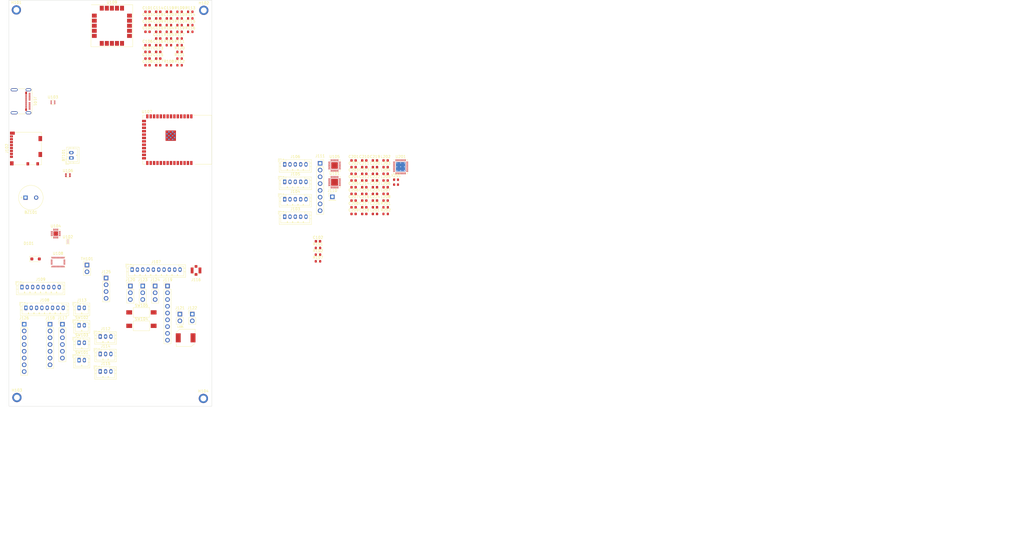
<source format=kicad_pcb>
(kicad_pcb (version 20221018) (generator pcbnew)
  (layers (0 "F.Cu" signal) (31 "B.Cu" signal) (34 "B.Paste" user) (35 "F.Paste" user) (36 "B.SilkS" user "B.Silkscreen") (37 "F.SilkS" user "F.Silkscreen") (38 "B.Mask" user) (39 "F.Mask" user) (44 "Edge.Cuts" user))
  (net 0 "")
  (net 1 "Net-(BT101-+)")
  (net 2 "GND")
  (net 3 "/PWM_BUZZER")
  (net 4 "/VBUS")
  (net 5 "/VBAT")
  (net 6 "Net-(SW103-A)")
  (net 7 "/ADC_DECAP")
  (net 8 "/VSYS")
  (net 9 "/3V3")
  (net 10 "/CHIP_PU")
  (net 11 "/GPIO_0")
  (net 12 "Net-(U201-EXT_XOSC)")
  (net 13 "Net-(X201-OUT)")
  (net 14 "Net-(U201-LPF1)")
  (net 15 "Net-(U201-LPF0)")
  (net 16 "Net-(U201-DCPL)")
  (net 17 "Net-(U201-DCPL_PFD_CHP)")
  (net 18 "Net-(U201-DCPL_VCO)")
  (net 19 "Net-(U201-LNA_N)")
  (net 20 "Net-(U201-PA)")
  (net 21 "Net-(U201-LNA_P)")
  (net 22 "Net-(U201-TRX_SW)")
  (net 23 "/Radio/ANT")
  (net 24 "Net-(D101-K)")
  (net 25 "Net-(J101-CC1)")
  (net 27 "Net-(J101-CC2)")
  (net 29 "/SD_DAT2")
  (net 30 "/SD_DAT3")
  (net 31 "/SD_CMD")
  (net 32 "/SD_CLK")
  (net 33 "/SD_DAT0")
  (net 34 "/SD_DAT1")
  (net 35 "Net-(SW101-A)")
  (net 36 "Net-(J105-Pin_1)")
  (net 37 "Net-(J105-Pin_2)")
  (net 38 "Net-(J105-Pin_3)")
  (net 39 "Net-(J105-Pin_4)")
  (net 40 "/TS{slash}MR")
  (net 41 "/KEYPAD_C1")
  (net 42 "/KEYPAD_C2")
  (net 43 "/KEYPAD_C3")
  (net 44 "/KEYPAD_R1")
  (net 45 "/KEYPAD_R2")
  (net 46 "/KEYPAD_R3")
  (net 47 "/KEYPAD_R4")
  (net 48 "/DISPLAY_EXTIN")
  (net 49 "/ DISPLAY_DISP")
  (net 50 "/ DISPLAY_EXTMD")
  (net 51 "/ DISPLAY_CS")
  (net 52 "/ DISPLAY_MOSI")
  (net 53 "/ DISPLAY_SCLK")
  (net 54 "/ DISPLAY_3V3")
  (net 55 "Net-(U104-ADDR)")
  (net 56 "/I2C_SNS_SDA")
  (net 57 "/I2C_SNS_SCL")
  (net 58 "/I2C_AUX_SCL")
  (net 59 "/I2C_AUX_SDA")
  (net 60 "Net-(U201-RBIAS)")
  (net 61 "/BQ25180_INT")
  (net 62 "/USB_ESP_DN")
  (net 63 "/USB_ESP_DP")
  (net 64 "/ADC0_ALERT")
  (net 65 "/ADC1_ALERT")
  (net 66 "/SPI2_CC1125_~{CS}")
  (net 67 "/SPI2_RADIO_MOSI")
  (net 68 "/SPI2_RADIO_CLK")
  (net 69 "/SPI2_RADIO_MISO")
  (net 70 "/CC1125_~{RESET}")
  (net 71 "/TIME")
  (net 72 "Net-(C205-Pad1)")
  (net 73 "/INT_BNO085")
  (net 74 "/INT_GNSS")
  (net 75 "/CC1125_GPIO3")
  (net 76 "/CC1125_GPIO2")
  (net 77 "/CC1125_GPIO0")
  (net 88 "/BNO085_BOOT")
  (net 89 "/BNO085_RESET")
  (net 90 "Net-(C207-Pad2)")
  (net 91 "Net-(U201-DCPL_XOSC)")
  (net 92 "Net-(C221-Pad2)")
  (net 93 "/ADP_~{RESET}")
  (net 94 "/ADP_~{INT}")
  (net 95 "/TCAL_RESET")
  (net 96 "/TCAL_INT")
  (net 97 "Net-(U108-CAP)")
  (net 98 "Net-(C212-Pad1)")
  (net 99 "Net-(C213-Pad2)")
  (net 100 "Net-(U103-D+_in)")
  (net 101 "Net-(U103-D-_in)")
  (net 104 "Net-(J103-Pin_1)")
  (net 105 "Net-(J103-Pin_2)")
  (net 106 "Net-(J103-Pin_3)")
  (net 107 "Net-(J103-Pin_4)")
  (net 108 "Net-(J104-Pin_1)")
  (net 109 "Net-(J104-Pin_2)")
  (net 110 "Net-(J104-Pin_3)")
  (net 111 "Net-(J104-Pin_4)")
  (net 112 "Net-(J106-Pin_1)")
  (net 113 "Net-(J106-Pin_2)")
  (net 114 "Net-(J106-Pin_3)")
  (net 115 "Net-(J106-Pin_4)")
  (net 118 "Net-(J109-Pin_1)")
  (net 119 "Net-(J109-Pin_2)")
  (net 120 "Net-(J109-Pin_3)")
  (net 121 "Net-(J109-Pin_4)")
  (net 122 "Net-(J109-Pin_5)")
  (net 123 "Net-(J109-Pin_6)")
  (net 124 "Net-(J109-Pin_7)")
  (net 125 "Net-(J109-Pin_8)")
  (net 126 "Net-(J110-Pin_1)")
  (net 127 "Net-(J111-Pin_1)")
  (net 128 "Net-(J111-Pin_2)")
  (net 129 "Net-(J111-Pin_3)")
  (net 130 "Net-(J111-Pin_4)")
  (net 131 "Net-(J111-Pin_5)")
  (net 132 "Net-(J111-Pin_6)")
  (net 133 "Net-(J111-Pin_7)")
  (net 134 "Net-(J111-Pin_8)")
  (net 135 "Net-(U106-SW)")
  (net 136 "Net-(U106-FB)")
  (net 137 "Net-(U108-H_SA0_MOSI)")
  (net 138 "Net-(U108-ENV_SDA)")
  (net 139 "Net-(U108-ENV_SCL)")
  (footprint "Capacitor_SMD:C_0603_1608Metric" (layer "F.Cu") (at 132.242 32.2468)
    (fp_text reference "C118")
    (fp_text value "1uF")
  )
  (footprint "Capacitor_SMD:C_0603_1608Metric" (layer "F.Cu") (at 128.232 49.8168)
    (fp_text reference "C108")
    (fp_text value "0.1uF")
  )
  (footprint "Connector_PinHeader_2.54mm:PinHeader_1x03_P2.54mm_Vertical" (layer "F.Cu") (at 126.4376 132.6896)
    (fp_text reference "J123")
    (fp_text value "2.54mm Pin Header")
  )
  (footprint "Capacitor_SMD:C_0603_1608Metric" (layer "F.Cu") (at 209.595 85.56)
    (fp_text reference "C210")
    (fp_text value "47nF")
  )
  (footprint "Inductor_SMD:L_0603_1608Metric" (layer "F.Cu") (at 217.615 88.07)
    (fp_text reference "L203")
    (fp_text value "7.5nH")
  )
  (footprint "Connector_PinHeader_2.54mm:PinHeader_1x01_P2.54mm_Vertical" (layer "F.Cu") (at 197.615 99.21)
    (fp_text reference "J110")
    (fp_text value "2.54mm Pin Header")
  )
  (footprint "Oscillator:Oscillator_SMD_ECS_2520MV-xxx-xx-4Pin_2.5x2.0mm" (layer "F.Cu") (at 221.525 93.71)
    (fp_text reference "X201")
    (fp_text value "ECS-TXO-2016MV-400-TR")
  )
  (footprint "Capacitor_SMD:C_0603_1608Metric" (layer "F.Cu") (at 213.605 95.6)
    (fp_text reference "C223")
    (fp_text value "47nF")
  )
  (footprint "Resistor_SMD:R_0603_1608Metric" (layer "F.Cu") (at 144.272 37.2668)
    (fp_text reference "R116")
    (fp_text value "2.2k")
  )
  (footprint "Connector_PinHeader_2.54mm:PinHeader_1x09_P2.54mm_Vertical" (layer "F.Cu") (at 135.7376 132.6896)
    (fp_text reference "J119")
    (fp_text value "2.54mm Pin Header")
  )
  (footprint "Connector_JST:JST_PH_B5B-PH-K_1x05_P2.00mm_Vertical" (layer "F.Cu") (at 179.715 100.13)
    (fp_text reference "J104")
    (fp_text value "JST-PH")
  )
  (footprint "Inductor_SMD:L_0603_1608Metric" (layer "F.Cu") (at 217.615 95.6)
    (fp_text reference "L206")
    (fp_text value "18nH")
  )
  (footprint "RF_Module:ESP32-S3-WROOM-1" (layer "F.Cu") (at 139.41 77.75 -90)
    (fp_text reference "U107")
    (fp_text value "ESP32-S3-WROOM-1")
  )
  (footprint "Capacitor_SMD:C_0603_1608Metric" (layer "F.Cu") (at 132.242 37.2668)
    (fp_text reference "C110")
    (fp_text value "22uF")
  )
  (footprint "Resistor_SMD:R_0603_1608Metric" (layer "F.Cu") (at 140.262 42.2868)
    (fp_text reference "R111")
    (fp_text value "135k")
  )
  (footprint "Capacitor_SMD:C_0603_1608Metric" (layer "F.Cu") (at 136.252 32.2468)
    (fp_text reference "C120")
    (fp_text value "0.1uF")
  )
  (footprint "Capacitor_SMD:C_0603_1608Metric" (layer "F.Cu") (at 128.232 44.7968)
    (fp_text reference "C107")
    (fp_text value "10uF")
  )
  (footprint "Button_Switch_SMD:SW_SPST_FSMSM" (layer "F.Cu") (at 125.9376 147.6396)
    (fp_text reference "SW104")
    (fp_text value "SW_Push")
  )
  (footprint "Inductor_SMD:L_0603_1608Metric" (layer "F.Cu") (at 217.615 93.09)
    (fp_text reference "L205")
    (fp_text value "12nH")
  )
  (footprint "Capacitor_SMD:C_0603_1608Metric" (layer "F.Cu") (at 213.605 88.07)
    (fp_text reference "C220")
    (fp_text value "47nF")
  )
  (footprint "Capacitor_SMD:C_0603_1608Metric" (layer "F.Cu") (at 209.595 90.58)
    (fp_text reference "C213")
    (fp_text value "1pF")
  )
  (footprint "Resistor_SMD:R_0603_1608Metric" (layer "F.Cu") (at 192.215 123.42)
    (fp_text reference "R107")
    (fp_text value "10k")
  )
  (footprint "Connector_PinHeader_2.54mm:PinHeader_1x02_P2.54mm_Vertical" (layer "F.Cu") (at 145.0376 143.2396)
    (fp_text reference "J122")
    (fp_text value "2.54mm Pin Header")
  )
  (footprint "Inductor_TDK:L_TDK_SPM6530" (layer "F.Cu") (at 142.5376 152.1396)
    (fp_text reference "L101")
    (fp_text value "2.2uH")
  )
  (footprint "Connector_JST:JST_PH_B10B-PH-K_1x10_P2.00mm_Vertical" (layer "F.Cu") (at 122.4376 126.5396)
    (fp_text reference "J107")
    (fp_text value "JST-PH")
  )
  (footprint "Resistor_SMD:R_0603_1608Metric" (layer "F.Cu") (at 140.262 29.7368)
    (fp_text reference "R109")
    (fp_text value "30k")
  )
  (footprint "Inductor_SMD:L_0603_1608Metric" (layer "F.Cu") (at 213.605 105.64)
    (fp_text reference "L201")
    (fp_text value "10nH")
  )
  (footprint "Resistor_SMD:R_0603_1608Metric" (layer "F.Cu") (at 140.262 47.3068)
    (fp_text reference "R121")
    (fp_text value "3.3k")
  )
  (footprint "Capacitor_SMD:C_0603_1608Metric" (layer "F.Cu") (at 128.232 42.2868)
    (fp_text reference "C106")
    (fp_text value "10uF")
  )
  (footprint "Capacitor_SMD:C_0603_1608Metric" (layer "F.Cu") (at 205.585 88.07)
    (fp_text reference "C202")
    (fp_text value "22pF")
  )
  (footprint "Capacitor_SMD:C_0603_1608Metric" (layer "F.Cu") (at 136.252 29.7368)
    (fp_text reference "C119")
    (fp_text value "0.1uF")
  )
  (footprint "Capacitor_SMD:C_0603_1608Metric" (layer "F.Cu") (at 209.595 95.6)
    (fp_text reference "C214")
    (fp_text value "47nF")
  )
  (footprint "Capacitor_SMD:C_0603_1608Metric" (layer "F.Cu") (at 209.595 103.13)
    (fp_text reference "C217")
    (fp_text value "10nF")
  )
  (footprint "Capacitor_SMD:C_0603_1608Metric" (layer "F.Cu") (at 132.242 47.3068)
    (fp_text reference "C115")
    (fp_text value "0.1uF")
  )
  (footprint "Capacitor_SMD:C_0603_1608Metric" (layer "F.Cu") (at 205.585 93.09)
    (fp_text reference "C204")
    (fp_text value "10nF")
  )
  (footprint "Capacitor_SMD:C_0603_1608Metric" (layer "F.Cu") (at 213.605 100.62)
    (fp_text reference "C224")
    (fp_text value "47nF")
  )
  (footprint "Capacitor_SMD:C_0603_1608Metric" (layer "F.Cu") (at 132.242 49.8168)
    (fp_text reference "C117")
    (fp_text value "0.1uF")
  )
  (footprint "Capacitor_SMD:C_0603_1608Metric" (layer "F.Cu") (at 209.595 98.11)
    (fp_text reference "C215")
    (fp_text value "47nF")
  )
  (footprint "Capacitor_SMD:C_0603_1608Metric" (layer "F.Cu") (at 213.605 85.56)
    (fp_text reference "C219")
    (fp_text value "47nF")
  )
  (footprint "Inductor_SMD:L_0603_1608Metric" (layer "F.Cu") (at 217.615 85.56)
    (fp_text reference "L202")
    (fp_text value "12nH")
  )
  (footprint "Capacitor_SMD:C_0603_1608Metric" (layer "F.Cu") (at 213.605 93.09)
    (fp_text reference "C222")
    (fp_text value "3.3pF")
  )
  (footprint "Inductor_SMD:L_0603_1608Metric" (layer "F.Cu") (at 217.615 98.11)
    (fp_text reference "L207")
    (fp_text value "12nH")
  )
  (footprint "Resistor_SMD:R_0603_1608Metric" (layer "F.Cu") (at 140.262 34.7568)
    (fp_text reference "R110")
    (fp_text value "30k")
  )
  (footprint "Button_Switch_SMD:SW_SPST_FSMSM" (layer "F.Cu") (at 125.9376 142.5896)
    (fp_text reference "SW105")
    (fp_text value "SW_Push")
  )
  (footprint "Package_DFN_QFN:WQFN-16-1EP_3x3mm_P0.5mm_EP1.68x1.68mm" (layer "F.Cu") (at 93.7728 113.0075)
    (fp_text reference "U104")
    (fp_text value "ADS7138-Q1")
  )
  (footprint "Capacitor_SMD:C_0603_1608Metric" (layer "F.Cu") (at 213.605 103.13)
    (fp_text reference "C226")
    (fp_text value "47nF")
  )
  (footprint "Connector_PinHeader_2.54mm:PinHeader_1x07_P2.54mm_Vertical" (layer "F.Cu") (at 91.6304 147.0368)
    (fp_text reference "J118")
    (fp_text value "2.54mm Pin Header")
  )
  (footprint "Package_TO_SOT_SMD:SOT-563" (layer "F.Cu") (at 98.3488 91.0844)
    (fp_text reference "U106")
    (fp_text value "TPS566242DRLR")
  )
  (footprint "Connector_JST:JST_PH_B3B-PH-K_1x03_P2.00mm_Vertical" (layer "F.Cu") (at 110.4804 158.2068)
    (fp_text reference "J114")
    (fp_text value "JST-PH")
  )
  (footprint "Capacitor_SMD:C_0603_1608Metric" (layer "F.Cu") (at 132.242 42.2868)
    (fp_text reference "C116")
    (fp_text value "0.1uF")
  )
  (footprint "Capacitor_SMD:C_0603_1608Metric" (layer "F.Cu") (at 132.242 39.7768)
    (fp_text reference "C111")
    (fp_text value "22uF")
  )
  (footprint "Capacitor_SMD:C_0603_1608Metric" (layer "F.Cu") (at 205.585 98.11)
    (fp_text reference "C206")
    (fp_text value "100pF")
  )
  (footprint "Capacitor_SMD:C_0603_1608Metric" (layer "F.Cu") (at 209.595 105.64)
    (fp_text reference "C218")
    (fp_text value "47nF")
  )
  (footprint "Connector_JST:JST_PH_B2B-PH-K_1x02_P2.00mm_Vertical" (layer "F.Cu") (at 102.5304 140.8868)
    (fp_text reference "J113")
    (fp_text value "JST-PH")
  )
  (footprint "MountingHole:MountingHole_2.2mm_M2_ISO7380_Pad_TopBottom" (layer "F.Cu") (at 79.2 174.55)
    (fp_text reference "H103")
    (fp_text value "~")
  )
  (footprint "Capacitor_SMD:C_0603_1608Metric" (layer "F.Cu") (at 213.605 98.11)
    (fp_text reference "C225")
    (fp_text value "TBD")
  )
  (footprint "Capacitor_SMD:C_0603_1608Metric" (layer "F.Cu") (at 132.242 29.7368)
    (fp_text reference "C114")
    (fp_text value "22uF")
  )
  (footprint "Diode_SMD:D_SOD-123F" (layer "F.Cu") (at 86.2076 122.5296)
    (fp_text reference "D101")
    (fp_text value "BZT52H-A5V1-QX")
  )
  (footprint "Connector_JST:JST_PH_B8B-PH-K_1x08_P2.00mm_Vertical" (layer "F.Cu") (at 81.0976 133.096)
    (fp_text reference "J109")
    (fp_text value "JST-PH")
  )
  (footprint "Resistor_SMD:R_0603_1608Metric" (layer "F.Cu") (at 144.272 32.2468)
    (fp_text reference "R114")
    (fp_text value "10k")
  )
  (footprint "Connector_JST:JST_PH_B5B-PH-K_1x05_P2.00mm_Vertical" (layer "F.Cu") (at 179.715 93.58)
    (fp_text reference "J105")
    (fp_text value "JST-PH")
  )
  (footprint "Resistor_SMD:R_0603_1608Metric" (layer "F.Cu") (at 140.262 39.7768)
    (fp_text reference "R117")
    (fp_text value "10K")
  )
  (footprint "Connector_JST:JST_PH_B3B-PH-K_1x03_P2.00mm_Vertical" (layer "F.Cu") (at 110.4804 151.6568)
    (fp_text reference "J112")
    (fp_text value "JST-PH")
  )
  (footprint "Connector_JST:JST_PH_B2B-PH-K_1x02_P2.00mm_Vertical" (layer "F.Cu") (at 99.6276 84.6168 90)
    (fp_text reference "BT101")
    (fp_text value "Battery")
  )
  (footprint "Resistor_SMD:R_0603_1608Metric" (layer "F.Cu") (at 136.252 49.8168)
    (fp_text reference "R108")
    (fp_text value "20k")
  )
  (footprint "Inductor_SMD:L_0603_1608Metric" (layer "F.Cu") (at 217.615 100.62)
    (fp_text reference "L208")
    (fp_text value "12nH")
  )
  (footprint "Package_BGA:Texas_DSBGA-8_0.705x1.468mm_Layout2x4_P0.4mm" (layer "F.Cu") (at 98.3028 115.9775)
    (fp_text reference "U102")
    (fp_text value "BQ25180")
  )
  (footprint "Resistor_SMD:R_0603_1608Metric" (layer "F.Cu") (at 136.252 34.7568)
    (fp_text reference "R103")
    (fp_text value "5.1k")
  )
  (footprint "Capacitor_SMD:C_0603_1608Metric" (layer "F.Cu") (at 209.595 100.62)
    (fp_text reference "C216")
    (fp_text value "2.2pF")
  )
  (footprint "Capacitor_SMD:C_0603_1608Metric" (layer "F.Cu") (at 209.595 93.09)
    (fp_text reference "C212")
    (fp_text value "3.3pF")
  )
  (footprint "Resistor_SMD:R_0603_1608Metric" (layer "F.Cu") (at 140.262 44.7968)
    (fp_text reference "R120")
    (fp_text value "3.3k")
  )
  (footprint "Connector_JST:JST_PH_B8B-PH-K_1x08_P2.00mm_Vertical" (layer "F.Cu") (at 82.5804 140.8868)
    (fp_text reference "J108")
    (fp_text value "JST-PH")
  )
  (footprint "Resistor_SMD:R_0603_1608Metric" (layer "F.Cu") (at 144.272 34.7568)
    (fp_text reference "R115")
    (fp_text value "2.2k")
  )
  (footprint "Capacitor_SMD:C_0603_1608Metric" (layer "F.Cu") (at 205.585 90.58)
    (fp_text reference "C203")
    (fp_text value "1.8nF")
  )
  (footprint "Capacitor_SMD:C_0603_1608Metric" (layer "F.Cu") (at 128.232 32.2468)
    (fp_text reference "C103")
    (fp_text value "1uF")
  )
  (footprint "Connector_JST:JST_PH_B2B-PH-K_1x02_P2.00mm_Vertical" (layer "F.Cu") (at 102.5304 147.4368)
    (fp_text reference "SW102")
    (fp_text value "Battery Switch")
  )
  (footprint "Connector_Coaxial:U.FL_Molex_MCRF_73412-0110_Vertical" (layer "F.Cu") (at 146.4376 126.8396)
    (fp_text reference "J116")
    (fp_text value "U.FL")
  )
  (footprint "Capacitor_SMD:C_0603_1608Metric" (layer "F.Cu") (at 132.242 44.7968)
    (fp_text reference "C113")
    (fp_text value "22uF")
  )
  (footprint "Connector_PinHeader_2.54mm:PinHeader_1x03_P2.54mm_Vertical" (layer "F.Cu") (at 131.0876 132.6896)
    (fp_text reference "J124")
    (fp_text value "2.54mm Pin Header")
  )
  (footprint "Connector_PinSocket_2.54mm:PinSocket_1x08_P2.54mm_Vertical" (layer "F.Cu") (at 193.015 86.63)
    (fp_text reference "J111")
    (fp_text value "2.54mm Pin Header")
  )
  (footprint "Connector_PinHeader_2.54mm:PinHeader_1x02_P2.54mm_Vertical" (layer "F.Cu") (at 105.5116 124.8156)
    (fp_text reference "TH101")
    (fp_text value "B3950 NTC")
  )
  (footprint "Connector_PinHeader_2.54mm:PinHeader_1x08_P2.54mm_Vertical" (layer "F.Cu") (at 81.9304 147.0368)
    (fp_text reference "J126")
    (fp_text value "2.54mm Pin Header")
  )
  (footprint "Package_CSP:LFCSP-24-1EP_4x4mm_P0.5mm_EP2.5x2.5mm" (layer "F.Cu") (at 198.435 87.45)
    (fp_text reference "U105")
    (fp_text value "ADP5589")
  )
  (footprint "Connector_JST:JST_PH_B3B-PH-K_1x03_P2.00mm_Vertical" (layer "F.Cu") (at 110.4804 164.7568)
    (fp_text reference "J115")
    (fp_text value "JST-PH")
  )
  (footprint "Package_LGA:LGA-28_5.2x3.8mm_P0.5mm" (layer "F.Cu") (at 94.6328 123.7175)
    (fp_text reference "U108")
    (fp_text value "BNO085")
  )
  (footprint "Package_DFN_QFN:VQFN-32-1EP_5x5mm_P0.5mm_EP3.5x3.5mm_ThermalVias" (layer "F.Cu") (at 223.245 87.93)
    (fp_text reference "U201")
    (fp_text value "CC1125")
  )
  (footprint "Connector_JST:JST_PH_B5B-PH-K_1x05_P2.00mm_Vertical" (layer "F.Cu") (at 179.715 106.68)
    (fp_text reference "J103")
    (fp_text value "JST-PH")
  )
  (footprint "Capacitor_SMD:C_0603_1608Metric" (layer "F.Cu") (at 205.585 105.64)
    (fp_text reference "C209")
    (fp_text value "220nF")
  )
  (footprint "Capacitor_SMD:C_0603_1608Metric" (layer "F.Cu") (at 205.585 95.6)
    (fp_text reference "C205")
    (fp_text value "33pF")
  )
  (footprint "Capacitor_SMD:C_0603_1608Metric" (layer "F.Cu") (at 128.232 37.2668)
    (fp_text reference "C105")
    (fp_text value "1uF")
  )
  (footprint "Connector_PinHeader_2.54mm:PinHeader_1x03_P2.54mm_Vertical" (layer "F.Cu") (at 121.7876 132.6896)
    (fp_text reference "J120")
    (fp_text value "2.54mm Pin Header")
  )
  (footprint "MountingHole:MountingHole_2.2mm_M2_ISO7380_Pad_TopBottom" (layer "F.Cu") (at 149.35 29.2)
    (fp_text reference "H102")
    (fp_text value "~")
  )
  (footprint "Resistor_SMD:R_0603_1608Metric" (layer "F.Cu") (at 140.262 37.2668)
    (fp_text reference "R119")
    (fp_text value "3.3k")
  )
  (footprint "Connector_JST:JST_PH_B2B-PH-K_1x02_P2.00mm_Vertical" (layer "F.Cu") (at 102.5304 160.5368)
    (fp_text reference "SW101")
    (fp_text value "VBUS Switch")
  )
  (footprint "MountingHole:MountingHole_2.2mm_M2_ISO7380_Pad_TopBottom" (layer "F.Cu") (at 149.2 174.9)
    (fp_text reference "H104")
    (fp_text value "~")
  )
  (footprint "Capacitor_SMD:C_0603_1608Metric" (layer "F.Cu") (at 132.242 34.7568)
    (fp_text reference "C109")
    (fp_text value "22uF")
  )
  (footprint "Resistor_SMD:R_0603_1608Metric" (layer "F.Cu") (at 192.215 118.4)
    (fp_text reference "R101")
    (fp_text value "10k")
  )
  (footprint "Capacitor_SMD:C_0603_1608Metric" (layer "F.Cu") (at 205.585 100.62)
    (fp_text reference "C207")
    (fp_text value "15pF")
  )
  (footprint "Resistor_SMD:R_0603_1608Metric" (layer "F.Cu") (at 217.615 103.13)
    (fp_text reference "R201")
    (fp_text value "56k")
  )
  (footprint "Connector_Card:microSD_HC_Molex_104031-0811" (layer "F.Cu") (at 82.6008 81.0768 90)
    (fp_text reference "J102")
    (fp_text value "1040310811")
  )
  (footprint "Connector_PinHeader_2.54mm:PinHeader_1x04_P2.54mm_Vertical" (layer "F.Cu") (at 112.6744 129.6924)
    (fp_text reference "J125")
    (fp_text value "2.54mm Pin Header")
  )
  (footprint "Resistor_SMD:R_0603_1608Metric" (layer "F.Cu") (at 140.262 32.2468)
    (fp_text reference "R118")
    (fp_text value "3.3k")
  )
  (footprint "Resistor_SMD:R_0603_1608Metric" (layer "F.Cu") (at 144.272 29.7368)
    (fp_text reference "R113")
    (fp_text value "0")
  )
  (footprint "Package_DFN_QFN:ST_UQFN-6L_1.5x1.7mm_P0.5mm" (layer "F.Cu") (at 92.7204 63.762)
    (fp_text reference "U103")
    (fp_text value "ECMF02-2AMX6")
  )
  (footprint "Connector_USB:USB_C_Receptacle_Molex_105450-0101" (layer "F.Cu") (at 80.7362 63.3456 -90)
    (fp_text reference "J101")
    (fp_text value "1054500101")
  )
  (footprint "Resistor_SMD:R_0603_1608Metric" (layer "F.Cu") (at 192.215 120.91)
    (fp_text reference "R102")
    (fp_text value "10k")
  )
  (footprint "Capacitor_SMD:C_0603_1608Metric" (layer "F.Cu") (at 128.232 29.7368)
    (fp_text reference "C101")
    (fp_text value "1uF")
  )
  (footprint "Capacitor_SMD:C_0603_1608Metric" (layer "F.Cu") (at 205.585 85.56)
    (fp_text reference "C201")
    (fp_text value "100nF")
  )
  (footprint "Connector_JST:JST_PH_B2B-PH-K_1x02_P2.00mm_Vertical" (layer "F.Cu") (at 102.5304 153.9868)
    (fp_text reference "SW103")
    (fp_text value "Power Switch")
  )
  (footprint "Inductor_SMD:L_0603_1608Metric" (layer "F.Cu") (at 217.615 90.58)
    (fp_text reference "L204")
    (fp_text value "15nH")
  )
  (footprint "Connector_JST:JST_PH_B5B-PH-K_1x05_P2.00mm_Vertical" (layer "F.Cu") (at 179.715 87.03)
    (fp_text reference "J106")
    (fp_text value "JST-PH")
  )
  (footprint "Package_DFN_QFN:WQFN-24-1EP_4x4mm_P0.5mm_EP2.6x2.6mm" (layer "F.Cu") (at 198.435 93.74)
    (fp_text reference "U101")
    (fp_text value "TCAL9539-Q1")
  )
  (footprint "Capacitor_SMD:C_0603_1608Metric" (layer "F.Cu") (at 192.215 115.89)
    (fp_text reference "C102")
    (fp_text value "0.1uF")
  )
  (footprint "Buzzer_Beeper:MagneticBuzzer_PUI_AT-0927-TT-6-R" (layer "F.Cu") (at 82.4296 99.5172)
    (fp_text reference "BZ101")
    (fp_text value "Buzzer")
  )
  (footprint "Resistor_SMD:R_0603_1608Metric" (layer "F.Cu") (at 136.252 42.2868)
    (fp_text reference "R106")
    (fp_text value "0")
  )
  (footprint "Resistor_SMD:R_0603_1608Metric" (layer "F.Cu") (at 140.262 49.8168)
    (fp_text reference "R112")
    (fp_text value "0")
  )
  (footprint "Capacitor_SMD:C_0603_1608Metric" (layer "F.Cu") (at 128.232 47.3068)
    (fp_text reference "C112")
    (fp_text value "0.1uF")
  )
  (footprint "Capacitor_SMD:C_0603_1608Metric" (layer "F.Cu") (at 209.595 88.07)
    (fp_text reference "C211")
    (fp_text value "47nF")
  )
  (footprint "Capacitor_SMD:C_0603_1608Metric" (layer "F.Cu") (at 213.605 90.58)
    (fp_text reference "C221")
    (fp_text value "3pF")
  )
  (footprint "Connector_PinHeader_2.54mm:PinHeader_1x06_P2.54mm_Vertical" (layer "F.Cu") (at 96.2804 147.0368)
    (fp_text reference "J117")
    (fp_text value "2.54mm Pin Header")
  )
  (footprint "MountingHole:MountingHole_2.2mm_M2_ISO7380_Pad_TopBottom" (layer "F.Cu") (at 79 29.05)
    (fp_text reference "H101")
    (fp_text value "~")
  )
  (footprint "Resistor_SMD:R_0603_1608Metric" (layer "F.Cu") (at 217.615 105.64)
    (fp_text reference "R202")
    (fp_text value "10")
  )
  (footprint "Capacitor_SMD:C_0603_1608Metric" (layer "F.Cu") (at 205.585 103.13)
    (fp_text reference "C208")
    (fp_text value "47nF")
  )
  (footprint "RF_GPS_uBlox:uBlox_SAM-M10Q" (layer "F.Cu") (at 114.8588 35.0012)
    (fp_text reference "U109")
    (fp_text value "SAM-M10Q-00B")
  )
  (footprint "Resistor_SMD:R_0603_1608Metric" (layer "F.Cu") (at 136.252 37.2668)
    (fp_text reference "R104")
    (fp_text value "5.1k")
  )
  (footprint "Resistor_SMD:R_0603_1608Metric" (layer "F.Cu") (at 136.252 39.7768)
    (fp_text reference "R105")
    (fp_text value "100k")
  )
  (footprint "Capacitor_SMD:C_0603_1608Metric" (layer "F.Cu") (at 128.232 34.7568)
    (fp_text reference "C104")
    (fp_text value "10uF")
  )
  (footprint "Connector_PinHeader_2.54mm:PinHeader_1x02_P2.54mm_Vertical" (layer "F.Cu") (at 140.3876 143.2396)
    (fp_text reference "J121")
    (fp_text value "2.54mm Pin Header")
  )
  (gr_rect (start 76.2 25.4) (end 152.4 177.8) (stroke (width 0.1)) (fill none) (layer "Edge.Cuts"))
)
</source>
